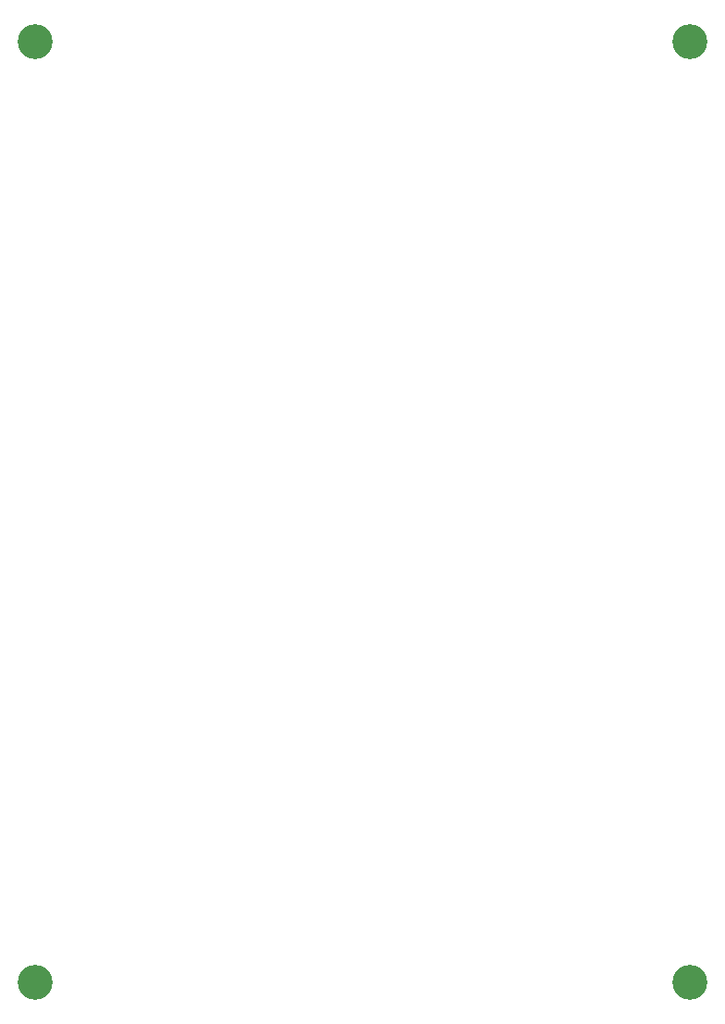
<source format=gbr>
%TF.GenerationSoftware,KiCad,Pcbnew,7.0.7*%
%TF.CreationDate,2024-03-28T21:52:13-04:00*%
%TF.ProjectId,midi-controller_control-faceplate_teensy,6d696469-2d63-46f6-9e74-726f6c6c6572,rev?*%
%TF.SameCoordinates,Original*%
%TF.FileFunction,Copper,L2,Bot*%
%TF.FilePolarity,Positive*%
%FSLAX46Y46*%
G04 Gerber Fmt 4.6, Leading zero omitted, Abs format (unit mm)*
G04 Created by KiCad (PCBNEW 7.0.7) date 2024-03-28 21:52:13*
%MOMM*%
%LPD*%
G01*
G04 APERTURE LIST*
%TA.AperFunction,ComponentPad*%
%ADD10C,3.200000*%
%TD*%
G04 APERTURE END LIST*
D10*
%TO.P,H5,MP,MP*%
%TO.N,N/C*%
X107750000Y-181863202D03*
%TD*%
%TO.P,H3,MP,MP*%
%TO.N,N/C*%
X107750000Y-95863201D03*
%TD*%
%TO.P,H6,MP,MP*%
%TO.N,N/C*%
X167750000Y-181863202D03*
%TD*%
%TO.P,H4,MP,MP*%
%TO.N,N/C*%
X167750000Y-95863201D03*
%TD*%
M02*

</source>
